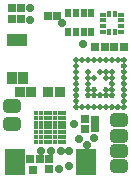
<source format=gts>
G04*
G04 #@! TF.GenerationSoftware,Altium Limited,CircuitStudio,1.5.1 (13)*
G04*
G04 Layer_Color=20142*
%FSLAX25Y25*%
%MOIN*%
G70*
G01*
G75*
%ADD30C,0.00000*%
%ADD31C,0.01863*%
%ADD32R,0.07099X0.03950*%
%ADD33R,0.03359X0.03950*%
%ADD34C,0.01666*%
%ADD35R,0.01883X0.01784*%
%ADD36R,0.01784X0.01883*%
%ADD37R,0.02572X0.02769*%
G04:AMPARAMS|DCode=38|XSize=47.37mil|YSize=59.18mil|CornerRadius=13.84mil|HoleSize=0mil|Usage=FLASHONLY|Rotation=90.000|XOffset=0mil|YOffset=0mil|HoleType=Round|Shape=RoundedRectangle|*
%AMROUNDEDRECTD38*
21,1,0.04737,0.03150,0,0,90.0*
21,1,0.01969,0.05918,0,0,90.0*
1,1,0.02769,0.01575,0.00984*
1,1,0.02769,0.01575,-0.00984*
1,1,0.02769,-0.01575,-0.00984*
1,1,0.02769,-0.01575,0.00984*
%
%ADD38ROUNDEDRECTD38*%
%ADD39R,0.03517X0.03635*%
%ADD40R,0.02847X0.02847*%
%ADD41R,0.02178X0.02769*%
%ADD42C,0.01587*%
%ADD43R,0.06706X0.08674*%
%ADD44R,0.02847X0.02847*%
%ADD45R,0.02769X0.02572*%
%ADD46C,0.02769*%
D30*
X24744Y38189D02*
G03*
X24744Y38189I-728J0D01*
G01*
X26713D02*
G03*
X26713Y38189I-728J0D01*
G01*
X28681D02*
G03*
X28681Y38189I-728J0D01*
G01*
X30650D02*
G03*
X30650Y38189I-728J0D01*
G01*
X32618D02*
G03*
X32618Y38189I-728J0D01*
G01*
X34587D02*
G03*
X34587Y38189I-728J0D01*
G01*
X36555D02*
G03*
X36555Y38189I-728J0D01*
G01*
X38524D02*
G03*
X38524Y38189I-728J0D01*
G01*
X24744Y36220D02*
G03*
X24744Y36220I-728J0D01*
G01*
Y34252D02*
G03*
X24744Y34252I-728J0D01*
G01*
Y32283D02*
G03*
X24744Y32283I-728J0D01*
G01*
Y30315D02*
G03*
X24744Y30315I-728J0D01*
G01*
Y28346D02*
G03*
X24744Y28346I-728J0D01*
G01*
Y26378D02*
G03*
X24744Y26378I-728J0D01*
G01*
Y24409D02*
G03*
X24744Y24409I-728J0D01*
G01*
Y22441D02*
G03*
X24744Y22441I-728J0D01*
G01*
X26713D02*
G03*
X26713Y22441I-728J0D01*
G01*
X28681D02*
G03*
X28681Y22441I-728J0D01*
G01*
X30650D02*
G03*
X30650Y22441I-728J0D01*
G01*
X32618D02*
G03*
X32618Y22441I-728J0D01*
G01*
X34587D02*
G03*
X34587Y22441I-728J0D01*
G01*
X36555D02*
G03*
X36555Y22441I-728J0D01*
G01*
X38524D02*
G03*
X38524Y22441I-728J0D01*
G01*
X40492D02*
G03*
X40492Y22441I-728J0D01*
G01*
Y24409D02*
G03*
X40492Y24409I-728J0D01*
G01*
Y26378D02*
G03*
X40492Y26378I-728J0D01*
G01*
Y28346D02*
G03*
X40492Y28346I-728J0D01*
G01*
Y30315D02*
G03*
X40492Y30315I-728J0D01*
G01*
Y32283D02*
G03*
X40492Y32283I-728J0D01*
G01*
Y34252D02*
G03*
X40492Y34252I-728J0D01*
G01*
Y36220D02*
G03*
X40492Y36220I-728J0D01*
G01*
Y38189D02*
G03*
X40492Y38189I-728J0D01*
G01*
X28681Y26378D02*
G03*
X28681Y26378I-728J0D01*
G01*
X30650D02*
G03*
X30650Y26378I-728J0D01*
G01*
X32618D02*
G03*
X32618Y26378I-728J0D01*
G01*
X34587D02*
G03*
X34587Y26378I-728J0D01*
G01*
X36555D02*
G03*
X36555Y26378I-728J0D01*
G01*
X28681Y28346D02*
G03*
X28681Y28346I-728J0D01*
G01*
X30650D02*
G03*
X30650Y28346I-728J0D01*
G01*
X34587D02*
G03*
X34587Y28346I-728J0D01*
G01*
X36555D02*
G03*
X36555Y28346I-728J0D01*
G01*
X28681Y30315D02*
G03*
X28681Y30315I-728J0D01*
G01*
X36555D02*
G03*
X36555Y30315I-728J0D01*
G01*
X28681Y32283D02*
G03*
X28681Y32283I-728J0D01*
G01*
X30650D02*
G03*
X30650Y32283I-728J0D01*
G01*
X34587D02*
G03*
X34587Y32283I-728J0D01*
G01*
X36555D02*
G03*
X36555Y32283I-728J0D01*
G01*
X28681Y34252D02*
G03*
X28681Y34252I-728J0D01*
G01*
X32618D02*
G03*
X32618Y34252I-728J0D01*
G01*
X34587D02*
G03*
X34587Y34252I-728J0D01*
G01*
X36555D02*
G03*
X36555Y34252I-728J0D01*
G01*
D31*
X24016Y38189D02*
D03*
Y36220D02*
D03*
Y34252D02*
D03*
Y32283D02*
D03*
Y22441D02*
D03*
Y30315D02*
D03*
Y28346D02*
D03*
Y26378D02*
D03*
Y24409D02*
D03*
X25984Y22441D02*
D03*
X27953D02*
D03*
X29921D02*
D03*
X31890D02*
D03*
X33858D02*
D03*
X35827D02*
D03*
X37795D02*
D03*
X39764D02*
D03*
Y24409D02*
D03*
Y26378D02*
D03*
Y28346D02*
D03*
Y30315D02*
D03*
Y32283D02*
D03*
Y34252D02*
D03*
Y36220D02*
D03*
Y38189D02*
D03*
X37795D02*
D03*
X35827D02*
D03*
X33858D02*
D03*
X31890D02*
D03*
X29921D02*
D03*
X27953D02*
D03*
X25984D02*
D03*
X27953Y34252D02*
D03*
Y32283D02*
D03*
Y30315D02*
D03*
Y28346D02*
D03*
Y26378D02*
D03*
X29921D02*
D03*
X31890D02*
D03*
X29921Y28346D02*
D03*
Y32283D02*
D03*
X33858Y26378D02*
D03*
Y28346D02*
D03*
X35827Y26378D02*
D03*
Y28346D02*
D03*
Y30315D02*
D03*
Y32283D02*
D03*
Y34252D02*
D03*
X33858D02*
D03*
Y32283D02*
D03*
X31890Y34252D02*
D03*
D32*
X4331Y44882D02*
D03*
D33*
X2461Y32283D02*
D03*
X6201D02*
D03*
D34*
X20079Y11024D02*
D03*
X18504D02*
D03*
X16929D02*
D03*
X15354D02*
D03*
X13779D02*
D03*
X12205D02*
D03*
X10630D02*
D03*
X20079Y12598D02*
D03*
X18504D02*
D03*
X16929D02*
D03*
X15354D02*
D03*
X13779D02*
D03*
X12205D02*
D03*
X10630D02*
D03*
X20079Y14173D02*
D03*
X18504D02*
D03*
X16929D02*
D03*
X15354D02*
D03*
X13779D02*
D03*
X12205D02*
D03*
X10630D02*
D03*
X20079Y15748D02*
D03*
X18504D02*
D03*
X16929D02*
D03*
X15354D02*
D03*
X13779D02*
D03*
X12205D02*
D03*
X10630D02*
D03*
X20079Y17323D02*
D03*
X18504D02*
D03*
X16929D02*
D03*
X15354D02*
D03*
X13779D02*
D03*
X12205D02*
D03*
X10630D02*
D03*
X20079Y18898D02*
D03*
X18504D02*
D03*
X16929D02*
D03*
X15354D02*
D03*
X13779D02*
D03*
X12205D02*
D03*
X10630D02*
D03*
X20079Y20472D02*
D03*
X18504D02*
D03*
X16929D02*
D03*
X15354D02*
D03*
X13779D02*
D03*
X12205D02*
D03*
X10630D02*
D03*
D35*
X38829Y47441D02*
D03*
Y49409D02*
D03*
Y51378D02*
D03*
Y53346D02*
D03*
X32825D02*
D03*
Y51378D02*
D03*
Y49409D02*
D03*
Y47441D02*
D03*
D36*
X36811Y53396D02*
D03*
X34843D02*
D03*
Y47392D02*
D03*
X36811D02*
D03*
D37*
X30315Y15551D02*
D03*
Y18307D02*
D03*
D38*
X38189Y12992D02*
D03*
X2756Y22835D02*
D03*
X2756Y16728D02*
D03*
X38189Y2756D02*
D03*
Y7874D02*
D03*
Y18110D02*
D03*
D39*
X9075Y27559D02*
D03*
X5098D02*
D03*
X14547D02*
D03*
X18524D02*
D03*
D40*
X39764Y42520D02*
D03*
X36614D02*
D03*
X11811Y5118D02*
D03*
X8661D02*
D03*
X14567Y52756D02*
D03*
X17717D02*
D03*
X30315Y42520D02*
D03*
X33465D02*
D03*
D41*
X29035Y47638D02*
D03*
X26476D02*
D03*
X23917D02*
D03*
X21358D02*
D03*
X29035Y53937D02*
D03*
X26476D02*
D03*
X23917D02*
D03*
X21358D02*
D03*
D42*
X8760Y2264D02*
D03*
X10138D02*
D03*
X8760Y886D02*
D03*
X10138D02*
D03*
D43*
X27165Y4331D02*
D03*
X3543D02*
D03*
X27165D02*
D03*
D44*
X14961Y5118D02*
D03*
Y1969D02*
D03*
X26772Y15354D02*
D03*
Y18504D02*
D03*
D45*
X5512Y51968D02*
D03*
X2756D02*
D03*
X5512Y55512D02*
D03*
X2756D02*
D03*
D46*
X12205Y7874D02*
D03*
X15748D02*
D03*
X29921Y12205D02*
D03*
X27563Y9838D02*
D03*
X24803Y11811D02*
D03*
X8661Y51575D02*
D03*
X8465Y55512D02*
D03*
X18110Y1969D02*
D03*
X18898Y7874D02*
D03*
X21654D02*
D03*
X23228Y16929D02*
D03*
X21654Y2756D02*
D03*
X26378Y43701D02*
D03*
X19291Y50394D02*
D03*
M02*

</source>
